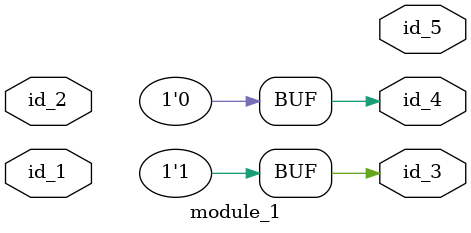
<source format=v>
module module_0;
  tri id_2, id_3, id_4, id_5, id_6, id_7, id_8, id_9, id_10, id_11, id_12, id_13, id_14;
  assign module_1.id_4 = 0;
  assign id_11 = 1;
  wor id_15 = id_7;
endmodule
module module_1 (
    id_1,
    id_2,
    id_3,
    id_4,
    id_5
);
  output wire id_5;
  output wire id_4;
  output wire id_3;
  inout wire id_2;
  input wire id_1;
  module_0 modCall_1 ();
  always @* begin : LABEL_0
    id_4 <= "";
    id_3 <= 1;
  end
endmodule

</source>
